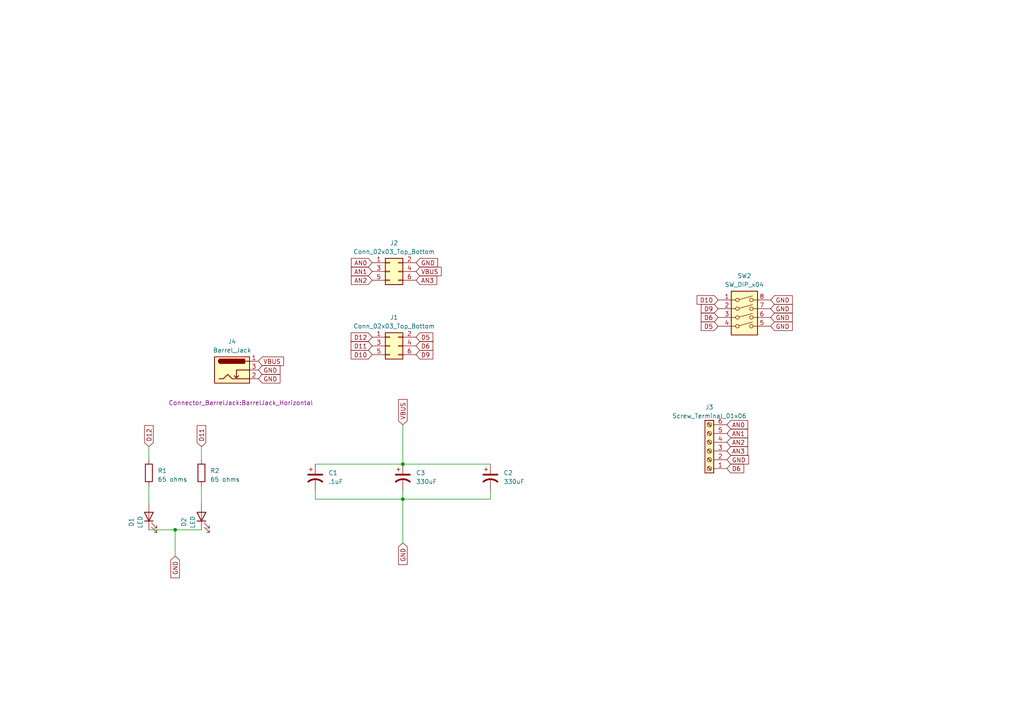
<source format=kicad_sch>
(kicad_sch (version 20230121) (generator eeschema)
  (paper "A4")
  (lib_symbols
    (symbol "Connector:Barrel_Jack_Switch" (pin_names hide)
      (property "Reference" "J" (at 0 5.334 0))
      (property "Value" "Barrel_Jack_Switch" (at 0 -5.08 0))
      (symbol "Barrel_Jack_Switch_0_1"
        (rectangle (start -5.08 3.81) (end 5.08 -3.81) (stroke (width 0.254)) (fill (type background)))
        (arc (start -3.302 3.175) (mid -3.9343 2.54) (end -3.302 1.905) (stroke (width 0.254)))
        (arc (start -3.302 3.175) (mid -3.9343 2.54) (end -3.302 1.905) (stroke (width 0.254)) (fill (type outline)))
        (polyline (pts (xy 1.27 -2.286) (xy 1.905 -1.651)) (stroke (width 0.254)))
        (polyline (pts (xy 5.08 2.54) (xy 3.81 2.54)) (stroke (width 0.254)))
        (polyline (pts (xy 5.08 0) (xy 1.27 0) (xy 1.27 -2.286) (xy 0.635 -1.651)) (stroke (width 0.254)))
        (polyline (pts (xy -3.81 -2.54) (xy -2.54 -2.54) (xy -1.27 -1.27) (xy 0 -2.54) (xy 2.54 -2.54) (xy 5.08 -2.54)) (stroke (width 0.254)))
        (rectangle (start 3.683 3.175) (end -3.302 1.905) (stroke (width 0.254)) (fill (type outline)))
      )
      (symbol "Barrel_Jack_Switch_1_1"
        (pin passive line (at 7.62 2.54 180) (length 2.54) (name "~") (number "1"))
        (pin passive line (at 7.62 -2.54 180) (length 2.54) (name "~") (number "2"))
        (pin passive line (at 7.62 0 180) (length 2.54) (name "~") (number "3"))
      )
    )
    (symbol "Connector:Screw_Terminal_01x06" (pin_names (offset 1.016) hide)
      (property "Reference" "J" (at 0 7.62 0))
      (property "Value" "Screw_Terminal_01x06" (at 0 -10.16 0))
      (symbol "Screw_Terminal_01x06_1_1"
        (rectangle (start -1.27 6.35) (end 1.27 -8.89) (stroke (width 0.254)) (fill (type background)))
        (circle (center 0 -7.62) (radius 0.635) (stroke (width 0.1524)))
        (circle (center 0 -5.08) (radius 0.635) (stroke (width 0.1524)))
        (circle (center 0 -2.54) (radius 0.635) (stroke (width 0.1524)))
        (polyline (pts (xy -0.5334 -7.2898) (xy 0.3302 -8.128)) (stroke (width 0.1524)))
        (polyline (pts (xy -0.5334 -4.7498) (xy 0.3302 -5.588)) (stroke (width 0.1524)))
        (polyline (pts (xy -0.5334 -2.2098) (xy 0.3302 -3.048)) (stroke (width 0.1524)))
        (polyline (pts (xy -0.5334 0.3302) (xy 0.3302 -0.508)) (stroke (width 0.1524)))
        (polyline (pts (xy -0.5334 2.8702) (xy 0.3302 2.032)) (stroke (width 0.1524)))
        (polyline (pts (xy -0.5334 5.4102) (xy 0.3302 4.572)) (stroke (width 0.1524)))
        (polyline (pts (xy -0.3556 -7.112) (xy 0.508 -7.9502)) (stroke (width 0.1524)))
        (polyline (pts (xy -0.3556 -4.572) (xy 0.508 -5.4102)) (stroke (width 0.1524)))
        (polyline (pts (xy -0.3556 -2.032) (xy 0.508 -2.8702)) (stroke (width 0.1524)))
        (polyline (pts (xy -0.3556 0.508) (xy 0.508 -0.3302)) (stroke (width 0.1524)))
        (polyline (pts (xy -0.3556 3.048) (xy 0.508 2.2098)) (stroke (width 0.1524)))
        (polyline (pts (xy -0.3556 5.588) (xy 0.508 4.7498)) (stroke (width 0.1524)))
        (circle (center 0 0) (radius 0.635) (stroke (width 0.1524)))
        (circle (center 0 2.54) (radius 0.635) (stroke (width 0.1524)))
        (circle (center 0 5.08) (radius 0.635) (stroke (width 0.1524)))
        (pin passive line (at -5.08 5.08 0) (length 3.81) (name "Pin_1") (number "1"))
        (pin passive line (at -5.08 2.54 0) (length 3.81) (name "Pin_2") (number "2"))
        (pin passive line (at -5.08 0 0) (length 3.81) (name "Pin_3") (number "3"))
        (pin passive line (at -5.08 -2.54 0) (length 3.81) (name "Pin_4") (number "4"))
        (pin passive line (at -5.08 -5.08 0) (length 3.81) (name "Pin_5") (number "5"))
        (pin passive line (at -5.08 -7.62 0) (length 3.81) (name "Pin_6") (number "6"))
      )
    )
    (symbol "Connector_Generic:Conn_02x03_Odd_Even" (pin_names (offset 1.016) hide)
      (property "Reference" "J" (at 1.27 5.08 0))
      (property "Value" "Conn_02x03_Odd_Even" (at 1.27 -5.08 0))
      (symbol "Conn_02x03_Odd_Even_1_1"
        (rectangle (start -1.27 -2.413) (end 0 -2.667) (stroke (width 0.1524)))
        (rectangle (start -1.27 0.127) (end 0 -0.127) (stroke (width 0.1524)))
        (rectangle (start -1.27 2.667) (end 0 2.413) (stroke (width 0.1524)))
        (rectangle (start -1.27 3.81) (end 3.81 -3.81) (stroke (width 0.254)) (fill (type background)))
        (rectangle (start 3.81 -2.413) (end 2.54 -2.667) (stroke (width 0.1524)))
        (rectangle (start 3.81 0.127) (end 2.54 -0.127) (stroke (width 0.1524)))
        (rectangle (start 3.81 2.667) (end 2.54 2.413) (stroke (width 0.1524)))
        (pin passive line (at -5.08 2.54 0) (length 3.81) (name "Pin_1") (number "1"))
        (pin passive line (at 7.62 2.54 180) (length 3.81) (name "Pin_2") (number "2"))
        (pin passive line (at -5.08 0 0) (length 3.81) (name "Pin_3") (number "3"))
        (pin passive line (at 7.62 0 180) (length 3.81) (name "Pin_4") (number "4"))
        (pin passive line (at -5.08 -2.54 0) (length 3.81) (name "Pin_5") (number "5"))
        (pin passive line (at 7.62 -2.54 180) (length 3.81) (name "Pin_6") (number "6"))
      )
    )
    (symbol "Device:C_Polarized_US" (pin_numbers hide) (pin_names (offset 0.254) hide)
      (property "Reference" "C" (at 0.635 2.54 0))
      (property "Value" "C_Polarized_US" (at 0.635 -2.54 0))
      (symbol "C_Polarized_US_0_1"
        (polyline (pts (xy -2.032 0.762) (xy 2.032 0.762)) (stroke (width 0.508)))
        (polyline (pts (xy -1.778 2.286) (xy -0.762 2.286)))
        (polyline (pts (xy -1.27 1.778) (xy -1.27 2.794)))
        (arc (start 2.032 -1.27) (mid 0 -0.5572) (end -2.032 -1.27) (stroke (width 0.508)))
      )
      (symbol "C_Polarized_US_1_1"
        (pin passive line (at 0 3.81 270) (length 2.794) (name "~") (number "1"))
        (pin passive line (at 0 -3.81 90) (length 3.302) (name "~") (number "2"))
      )
    )
    (symbol "Device:LED" (pin_numbers hide) (pin_names (offset 1.016) hide)
      (property "Reference" "D" (at 0 2.54 0))
      (property "Value" "LED" (at 0 -2.54 0))
      (symbol "LED_0_1"
        (polyline (pts (xy -1.27 -1.27) (xy -1.27 1.27)) (stroke (width 0.254)))
        (polyline (pts (xy -1.27 0) (xy 1.27 0)))
        (polyline (pts (xy 1.27 -1.27) (xy 1.27 1.27) (xy -1.27 0) (xy 1.27 -1.27)) (stroke (width 0.254)))
        (polyline (pts (xy -3.048 -0.762) (xy -4.572 -2.286) (xy -3.81 -2.286) (xy -4.572 -2.286) (xy -4.572 -1.524)))
        (polyline (pts (xy -1.778 -0.762) (xy -3.302 -2.286) (xy -2.54 -2.286) (xy -3.302 -2.286) (xy -3.302 -1.524)))
      )
      (symbol "LED_1_1"
        (pin passive line (at -3.81 0 0) (length 2.54) (name "K") (number "1"))
        (pin passive line (at 3.81 0 180) (length 2.54) (name "A") (number "2"))
      )
    )
    (symbol "Device:R" (pin_numbers hide) (pin_names (offset 0))
      (property "Reference" "R" (at 2.032 0 90))
      (property "Value" "R" (at 0 0 90))
      (symbol "R_0_1"
        (rectangle (start -1.016 -2.54) (end 1.016 2.54) (stroke (width 0.254)))
      )
      (symbol "R_1_1"
        (pin passive line (at 0 3.81 270) (length 1.27) (name "~") (number "1"))
        (pin passive line (at 0 -3.81 90) (length 1.27) (name "~") (number "2"))
      )
    )
    (symbol "Switch:SW_DIP_x04" (pin_names (offset 0) hide)
      (property "Reference" "SW" (at 0 8.89 0))
      (property "Value" "SW_DIP_x04" (at 0 -6.35 0))
      (symbol "SW_DIP_x04_0_0"
        (circle (center -2.032 -2.54) (radius 0.508))
        (circle (center -2.032 0) (radius 0.508))
        (circle (center -2.032 2.54) (radius 0.508))
        (circle (center -2.032 5.08) (radius 0.508))
        (polyline (pts (xy -1.524 -2.3876) (xy 2.3622 -1.3462)))
        (polyline (pts (xy -1.524 0.127) (xy 2.3622 1.1684)))
        (polyline (pts (xy -1.524 2.667) (xy 2.3622 3.7084)))
        (polyline (pts (xy -1.524 5.207) (xy 2.3622 6.2484)))
        (circle (center 2.032 -2.54) (radius 0.508))
        (circle (center 2.032 0) (radius 0.508))
        (circle (center 2.032 2.54) (radius 0.508))
        (circle (center 2.032 5.08) (radius 0.508))
      )
      (symbol "SW_DIP_x04_0_1"
        (rectangle (start -3.81 7.62) (end 3.81 -5.08) (stroke (width 0.254)) (fill (type background)))
      )
      (symbol "SW_DIP_x04_1_1"
        (pin passive line (at -7.62 5.08 0) (length 5.08) (name "~") (number "1"))
        (pin passive line (at -7.62 2.54 0) (length 5.08) (name "~") (number "2"))
        (pin passive line (at -7.62 0 0) (length 5.08) (name "~") (number "3"))
        (pin passive line (at -7.62 -2.54 0) (length 5.08) (name "~") (number "4"))
        (pin passive line (at 7.62 -2.54 180) (length 5.08) (name "~") (number "5"))
        (pin passive line (at 7.62 0 180) (length 5.08) (name "~") (number "6"))
        (pin passive line (at 7.62 2.54 180) (length 5.08) (name "~") (number "7"))
        (pin passive line (at 7.62 5.08 180) (length 5.08) (name "~") (number "8"))
      )
    )
  )
  (junction (at 116.84 144.78))
  (junction (at 50.8 153.67))
  (junction (at 116.84 134.62))
  (wire (pts (xy 50.8 153.67) (xy 58.42 153.67)))
  (wire (pts (xy 91.44 144.78) (xy 116.84 144.78)))
  (wire (pts (xy 43.18 140.97) (xy 43.18 146.05)))
  (wire (pts (xy 91.44 134.62) (xy 116.84 134.62)))
  (wire (pts (xy 116.84 157.48) (xy 116.84 144.78)))
  (wire (pts (xy 91.44 142.24) (xy 91.44 144.78)))
  (wire (pts (xy 43.18 153.67) (xy 50.8 153.67)))
  (wire (pts (xy 116.84 123.19) (xy 116.84 134.62)))
  (wire (pts (xy 142.24 144.78) (xy 116.84 144.78)))
  (wire (pts (xy 142.24 134.62) (xy 116.84 134.62)))
  (wire (pts (xy 58.42 133.35) (xy 58.42 129.54)))
  (wire (pts (xy 58.42 140.97) (xy 58.42 146.05)))
  (wire (pts (xy 142.24 142.24) (xy 142.24 144.78)))
  (wire (pts (xy 116.84 144.78) (xy 116.84 142.24)))
  (wire (pts (xy 50.8 161.29) (xy 50.8 153.67)))
  (wire (pts (xy 43.18 129.54) (xy 43.18 133.35)))
  (global_label "D12" (shape input) (at 43.18 129.54 90) (property "Intersheetrefs" "${INTERSHEET_REFS}" (effects hide)))
  (global_label "GND" (shape input) (at 210.82 133.35 0) (property "Intersheetrefs" "${INTERSHEET_REFS}" (effects hide)))
  (global_label "VBUS" (shape input) (at 116.84 123.19 90) (property "Intersheetrefs" "${INTERSHEET_REFS}" (effects hide)))
  (global_label "GND" (shape input) (at 223.52 86.995 0) (property "Intersheetrefs" "${INTERSHEET_REFS}" (effects hide)))
  (global_label "AN1" (shape input) (at 210.82 125.73 0) (property "Intersheetrefs" "${INTERSHEET_REFS}" (effects hide)))
  (global_label "GND" (shape input) (at 50.8 161.29 270) (property "Intersheetrefs" "${INTERSHEET_REFS}" (effects hide)))
  (global_label "D6" (shape input) (at 208.28 92.075 180) (property "Intersheetrefs" "${INTERSHEET_REFS}" (effects hide)))
  (global_label "GND" (shape input) (at 223.52 92.075 0) (property "Intersheetrefs" "${INTERSHEET_REFS}" (effects hide)))
  (global_label "AN0" (shape input) (at 107.95 76.2 180) (property "Intersheetrefs" "${INTERSHEET_REFS}" (effects hide)))
  (global_label "D6" (shape input) (at 210.82 135.89 0) (property "Intersheetrefs" "${INTERSHEET_REFS}" (effects hide)))
  (global_label "D11" (shape input) (at 58.42 129.54 90) (property "Intersheetrefs" "${INTERSHEET_REFS}" (effects hide)))
  (global_label "AN1" (shape input) (at 107.95 78.74 180) (property "Intersheetrefs" "${INTERSHEET_REFS}" (effects hide)))
  (global_label "GND" (shape input) (at 223.52 89.535 0) (property "Intersheetrefs" "${INTERSHEET_REFS}" (effects hide)))
  (global_label "D10" (shape input) (at 208.28 86.995 180) (property "Intersheetrefs" "${INTERSHEET_REFS}" (effects hide)))
  (global_label "D9" (shape input) (at 120.65 102.87 0) (property "Intersheetrefs" "${INTERSHEET_REFS}" (effects hide)))
  (global_label "VBUS" (shape input) (at 74.93 104.775 0) (property "Intersheetrefs" "${INTERSHEET_REFS}" (effects hide)))
  (global_label "GND" (shape input) (at 223.52 94.615 0) (property "Intersheetrefs" "${INTERSHEET_REFS}" (effects hide)))
  (global_label "AN3" (shape input) (at 120.65 81.28 0) (property "Intersheetrefs" "${INTERSHEET_REFS}" (effects hide)))
  (global_label "GND" (shape input) (at 74.93 109.855 0) (property "Intersheetrefs" "${INTERSHEET_REFS}" (effects hide)))
  (global_label "D9" (shape input) (at 208.28 89.535 180) (property "Intersheetrefs" "${INTERSHEET_REFS}" (effects hide)))
  (global_label "D6" (shape input) (at 120.65 100.33 0) (property "Intersheetrefs" "${INTERSHEET_REFS}" (effects hide)))
  (global_label "AN2" (shape input) (at 107.95 81.28 180) (property "Intersheetrefs" "${INTERSHEET_REFS}" (effects hide)))
  (global_label "D12" (shape input) (at 107.95 97.79 180) (property "Intersheetrefs" "${INTERSHEET_REFS}" (effects hide)))
  (global_label "D5" (shape input) (at 208.28 94.615 180) (property "Intersheetrefs" "${INTERSHEET_REFS}" (effects hide)))
  (global_label "D5" (shape input) (at 120.65 97.79 0) (property "Intersheetrefs" "${INTERSHEET_REFS}" (effects hide)))
  (global_label "AN3" (shape input) (at 210.82 130.81 0) (property "Intersheetrefs" "${INTERSHEET_REFS}" (effects hide)))
  (global_label "AN2" (shape input) (at 210.82 128.27 0) (property "Intersheetrefs" "${INTERSHEET_REFS}" (effects hide)))
  (global_label "GND" (shape input) (at 74.93 107.315 0) (property "Intersheetrefs" "${INTERSHEET_REFS}" (effects hide)))
  (global_label "VBUS" (shape input) (at 120.65 78.74 0) (property "Intersheetrefs" "${INTERSHEET_REFS}" (effects hide)))
  (global_label "D10" (shape input) (at 107.95 102.87 180) (property "Intersheetrefs" "${INTERSHEET_REFS}" (effects hide)))
  (global_label "GND" (shape input) (at 120.65 76.2 0) (property "Intersheetrefs" "${INTERSHEET_REFS}" (effects hide)))
  (global_label "D11" (shape input) (at 107.95 100.33 180) (property "Intersheetrefs" "${INTERSHEET_REFS}" (effects hide)))
  (global_label "GND" (shape input) (at 116.84 157.48 270) (property "Intersheetrefs" "${INTERSHEET_REFS}" (effects hide)))
  (global_label "AN0" (shape input) (at 210.82 123.19 0) (property "Intersheetrefs" "${INTERSHEET_REFS}" (effects hide)))
  (symbol (lib_id "Connector_Generic:Conn_02x03_Odd_Even") (at 113.03 100.33 0) (unit 1)
    (property "Reference" "J1" (at 114.3 92.075 0))
    (property "Value" "Conn_02x03_Top_Bottom" (at 114.3 94.615 0))
    (property "Footprint" "Connector_PinSocket_2.54mm:PinSocket_2x03_P2.54mm_Vertical" (effects hide))
  )
  (symbol (lib_id "Device:C_Polarized_US") (at 142.24 138.43 0) (unit 1)
    (property "Reference" "C2" (at 146.05 137.16 0) (effects (justify left)))
    (property "Value" "330uF" (at 146.05 139.7 0) (effects (justify left)))
    (property "Footprint" "Capacitor_THT:CP_Radial_D10.0mm_P5.00mm" (effects hide))
  )
  (symbol (lib_id "Switch:SW_DIP_x04") (at 215.9 92.075 0) (unit 1)
    (property "Reference" "SW2" (at 215.9 80.01 0))
    (property "Value" "SW_DIP_x04" (at 215.9 82.55 0))
    (property "Footprint" "Button_Switch_THT:SW_DIP_SPSTx04_Slide_9.78x12.34mm_W7.62mm_P2.54mm" (effects hide))
  )
  (symbol (lib_id "Connector:Barrel_Jack_Switch") (at 67.31 107.315 0) (unit 1)
    (property "Reference" "J4" (at 67.31 99.06 0))
    (property "Value" "Barrel_Jack" (at 67.31 101.6 0))
    (property "Footprint" "Connector_BarrelJack:BarrelJack_Horizontal" (at 69.85 116.84 0))
  )
  (symbol (lib_id "Connector_Generic:Conn_02x03_Odd_Even") (at 113.03 78.74 0) (unit 1)
    (property "Reference" "J2" (at 114.3 70.485 0))
    (property "Value" "Conn_02x03_Top_Bottom" (at 114.3 73.025 0))
    (property "Footprint" "Connector_PinSocket_2.54mm:PinSocket_2x03_P2.54mm_Vertical" (effects hide))
  )
  (symbol (lib_id "Device:R") (at 58.42 137.16 180) (unit 1)
    (property "Reference" "R2" (at 60.96 136.525 0) (effects (justify right)))
    (property "Value" "65 ohms" (at 60.96 139.065 0) (effects (justify right)))
    (property "Footprint" "Resistor_THT:R_Axial_DIN0411_L9.9mm_D3.6mm_P12.70mm_Horizontal" (effects hide))
  )
  (symbol (lib_id "Device:LED") (at 43.18 149.86 90) (unit 1)
    (property "Reference" "D1" (at 38.1 151.4475 0))
    (property "Value" "LED" (at 40.64 151.4475 0))
    (property "Footprint" "LED_THT:LED_D3.0mm_Horizontal_O3.81mm_Z10.0mm" (effects hide))
  )
  (symbol (lib_id "Device:C_Polarized_US") (at 116.84 138.43 0) (unit 1)
    (property "Reference" "C3" (at 120.65 137.16 0) (effects (justify left)))
    (property "Value" "330uF" (at 120.65 139.7 0) (effects (justify left)))
    (property "Footprint" "Capacitor_THT:CP_Radial_D10.0mm_P5.00mm" (effects hide))
  )
  (symbol (lib_id "Device:C_Polarized_US") (at 91.44 138.43 0) (unit 1)
    (property "Reference" "C1" (at 95.25 137.16 0) (effects (justify left)))
    (property "Value" ".1uF" (at 95.25 139.7 0) (effects (justify left)))
    (property "Footprint" "Capacitor_THT:C_Disc_D3.8mm_W2.6mm_P2.50mm" (effects hide))
  )
  (symbol (lib_id "Device:LED") (at 58.42 149.86 90) (unit 1)
    (property "Reference" "D2" (at 53.34 151.4475 0))
    (property "Value" "LED" (at 55.88 151.4475 0))
    (property "Footprint" "LED_THT:LED_D3.0mm_Horizontal_O3.81mm_Z10.0mm" (effects hide))
  )
  (symbol (lib_id "Connector:Screw_Terminal_01x06") (at 205.74 130.81 180) (unit 1)
    (property "Reference" "J3" (at 205.74 118.11 0))
    (property "Value" "Screw_Terminal_01x06" (at 205.74 120.65 0))
    (property "Footprint" "Connector_Phoenix_MSTB:PhoenixContact_MSTBA_2,5_6-G-5,08_1x06_P5.08mm_Horizontal" (effects hide))
  )
  (symbol (lib_id "Device:R") (at 43.18 137.16 180) (unit 1)
    (property "Reference" "R1" (at 45.72 136.525 0) (effects (justify right)))
    (property "Value" "65 ohms" (at 45.72 139.065 0) (effects (justify right)))
    (property "Footprint" "Resistor_THT:R_Axial_DIN0411_L9.9mm_D3.6mm_P12.70mm_Horizontal" (effects hide))
  )
)
</source>
